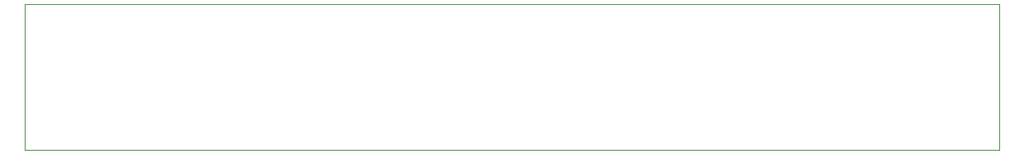
<source format=gbr>
%TF.GenerationSoftware,KiCad,Pcbnew,7.0.7*%
%TF.CreationDate,2024-07-29T17:51:35+02:00*%
%TF.ProjectId,LEDBAR,4c454442-4152-42e6-9b69-6361645f7063,rev?*%
%TF.SameCoordinates,Original*%
%TF.FileFunction,Profile,NP*%
%FSLAX46Y46*%
G04 Gerber Fmt 4.6, Leading zero omitted, Abs format (unit mm)*
G04 Created by KiCad (PCBNEW 7.0.7) date 2024-07-29 17:51:35*
%MOMM*%
%LPD*%
G01*
G04 APERTURE LIST*
%TA.AperFunction,Profile*%
%ADD10C,0.100000*%
%TD*%
G04 APERTURE END LIST*
D10*
X46000000Y-69000000D02*
X146000000Y-69000000D01*
X46000000Y-69000000D02*
X46000000Y-84000000D01*
X46000000Y-84000000D02*
X146000000Y-84000000D01*
X146000000Y-84000000D02*
X146000000Y-69000000D01*
M02*

</source>
